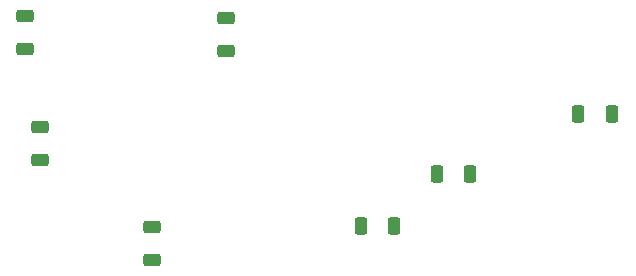
<source format=gbr>
%TF.GenerationSoftware,Altium Limited,Altium Designer,25.3.3 (18)*%
G04 Layer_Color=128*
%FSLAX45Y45*%
%MOMM*%
%TF.SameCoordinates,3F5801E6-D28E-45E5-A6F2-2741A7385EEC*%
%TF.FilePolarity,Positive*%
%TF.FileFunction,Paste,Bot*%
%TF.Part,Single*%
G01*
G75*
%TA.AperFunction,SMDPad,CuDef*%
G04:AMPARAMS|DCode=106|XSize=1.45862mm|YSize=1.05862mm|CornerRadius=0.21681mm|HoleSize=0mm|Usage=FLASHONLY|Rotation=0.000|XOffset=0mm|YOffset=0mm|HoleType=Round|Shape=RoundedRectangle|*
%AMROUNDEDRECTD106*
21,1,1.45862,0.62500,0,0,0.0*
21,1,1.02500,1.05862,0,0,0.0*
1,1,0.43362,0.51250,-0.31250*
1,1,0.43362,-0.51250,-0.31250*
1,1,0.43362,-0.51250,0.31250*
1,1,0.43362,0.51250,0.31250*
%
%ADD106ROUNDEDRECTD106*%
G04:AMPARAMS|DCode=107|XSize=1.45862mm|YSize=1.05862mm|CornerRadius=0.21681mm|HoleSize=0mm|Usage=FLASHONLY|Rotation=90.000|XOffset=0mm|YOffset=0mm|HoleType=Round|Shape=RoundedRectangle|*
%AMROUNDEDRECTD107*
21,1,1.45862,0.62500,0,0,90.0*
21,1,1.02500,1.05862,0,0,90.0*
1,1,0.43362,0.31250,0.51250*
1,1,0.43362,0.31250,-0.51250*
1,1,0.43362,-0.31250,-0.51250*
1,1,0.43362,-0.31250,0.51250*
%
%ADD107ROUNDEDRECTD107*%
D106*
X4038072Y3862450D02*
D03*
Y4142450D02*
D03*
X2460000Y3220000D02*
D03*
Y2940000D02*
D03*
X2330000Y4160000D02*
D03*
Y3880000D02*
D03*
X3410000Y2370000D02*
D03*
Y2090000D02*
D03*
D107*
X5460000Y2380000D02*
D03*
X5180000D02*
D03*
X7300000Y3330000D02*
D03*
X7020000D02*
D03*
X5820000Y2820000D02*
D03*
X6100000D02*
D03*
%TF.MD5,5dc7a9ff03f553a75ce5e392c6c753b8*%
M02*

</source>
